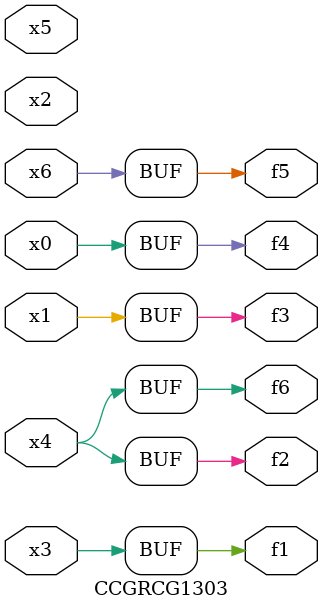
<source format=v>
module CCGRCG1303(
	input x0, x1, x2, x3, x4, x5, x6,
	output f1, f2, f3, f4, f5, f6
);
	assign f1 = x3;
	assign f2 = x4;
	assign f3 = x1;
	assign f4 = x0;
	assign f5 = x6;
	assign f6 = x4;
endmodule

</source>
